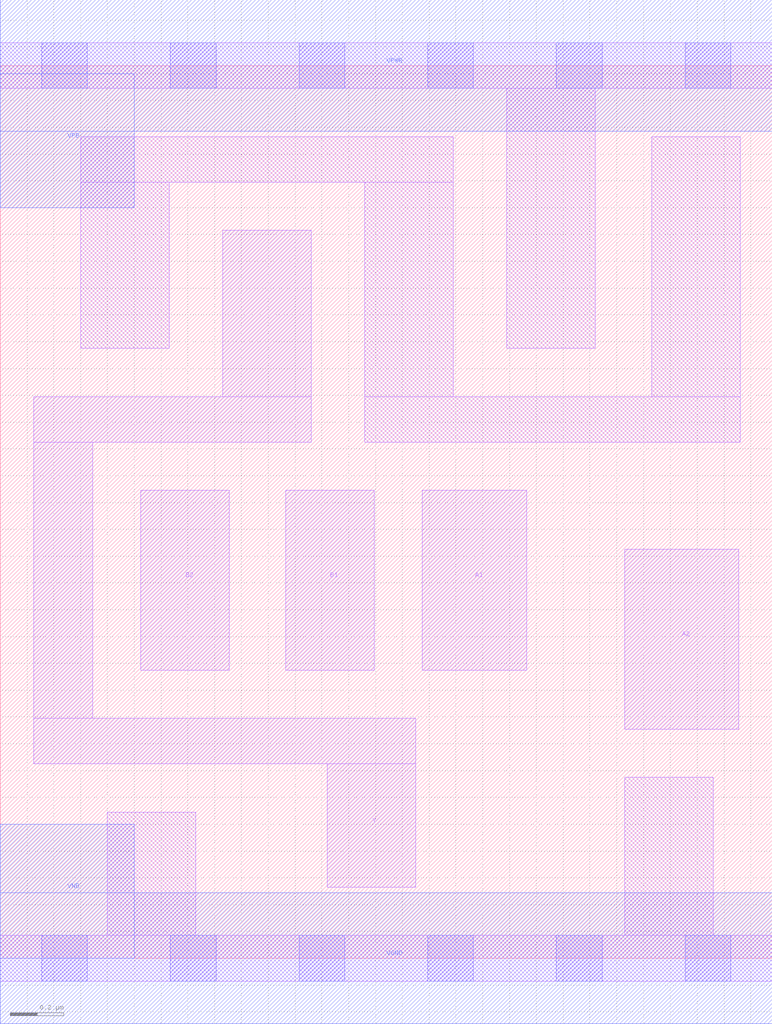
<source format=lef>
# Copyright 2020 The SkyWater PDK Authors
#
# Licensed under the Apache License, Version 2.0 (the "License");
# you may not use this file except in compliance with the License.
# You may obtain a copy of the License at
#
#     https://www.apache.org/licenses/LICENSE-2.0
#
# Unless required by applicable law or agreed to in writing, software
# distributed under the License is distributed on an "AS IS" BASIS,
# WITHOUT WARRANTIES OR CONDITIONS OF ANY KIND, either express or implied.
# See the License for the specific language governing permissions and
# limitations under the License.
#
# SPDX-License-Identifier: Apache-2.0

VERSION 5.5 ;
NAMESCASESENSITIVE ON ;
BUSBITCHARS "[]" ;
DIVIDERCHAR "/" ;
MACRO sky130_fd_sc_lp__a22oi_lp
  CLASS CORE ;
  SOURCE USER ;
  ORIGIN  0.000000  0.000000 ;
  SIZE  2.880000 BY  3.330000 ;
  SYMMETRY X Y R90 ;
  SITE unit ;
  PIN A1
    ANTENNAGATEAREA  0.313000 ;
    DIRECTION INPUT ;
    USE SIGNAL ;
    PORT
      LAYER li1 ;
        RECT 1.575000 1.075000 1.965000 1.745000 ;
    END
  END A1
  PIN A2
    ANTENNAGATEAREA  0.313000 ;
    DIRECTION INPUT ;
    USE SIGNAL ;
    PORT
      LAYER li1 ;
        RECT 2.330000 0.855000 2.755000 1.525000 ;
    END
  END A2
  PIN B1
    ANTENNAGATEAREA  0.313000 ;
    DIRECTION INPUT ;
    USE SIGNAL ;
    PORT
      LAYER li1 ;
        RECT 1.065000 1.075000 1.395000 1.745000 ;
    END
  END B1
  PIN B2
    ANTENNAGATEAREA  0.313000 ;
    DIRECTION INPUT ;
    USE SIGNAL ;
    PORT
      LAYER li1 ;
        RECT 0.525000 1.075000 0.855000 1.745000 ;
    END
  END B2
  PIN Y
    ANTENNADIFFAREA  0.443800 ;
    DIRECTION OUTPUT ;
    USE SIGNAL ;
    PORT
      LAYER li1 ;
        RECT 0.125000 0.725000 1.550000 0.895000 ;
        RECT 0.125000 0.895000 0.345000 1.925000 ;
        RECT 0.125000 1.925000 1.160000 2.095000 ;
        RECT 0.830000 2.095000 1.160000 2.715000 ;
        RECT 1.220000 0.265000 1.550000 0.725000 ;
    END
  END Y
  PIN VGND
    DIRECTION INOUT ;
    USE GROUND ;
    PORT
      LAYER met1 ;
        RECT 0.000000 -0.245000 2.880000 0.245000 ;
    END
  END VGND
  PIN VNB
    DIRECTION INOUT ;
    USE GROUND ;
    PORT
      LAYER met1 ;
        RECT 0.000000 0.000000 0.500000 0.500000 ;
    END
  END VNB
  PIN VPB
    DIRECTION INOUT ;
    USE POWER ;
    PORT
      LAYER met1 ;
        RECT 0.000000 2.800000 0.500000 3.300000 ;
    END
  END VPB
  PIN VPWR
    DIRECTION INOUT ;
    USE POWER ;
    PORT
      LAYER met1 ;
        RECT 0.000000 3.085000 2.880000 3.575000 ;
    END
  END VPWR
  OBS
    LAYER li1 ;
      RECT 0.000000 -0.085000 2.880000 0.085000 ;
      RECT 0.000000  3.245000 2.880000 3.415000 ;
      RECT 0.300000  2.275000 0.630000 2.895000 ;
      RECT 0.300000  2.895000 1.690000 3.065000 ;
      RECT 0.400000  0.085000 0.730000 0.545000 ;
      RECT 1.360000  1.925000 2.760000 2.095000 ;
      RECT 1.360000  2.095000 1.690000 2.895000 ;
      RECT 1.890000  2.275000 2.220000 3.245000 ;
      RECT 2.330000  0.085000 2.660000 0.675000 ;
      RECT 2.430000  2.095000 2.760000 3.065000 ;
    LAYER mcon ;
      RECT 0.155000 -0.085000 0.325000 0.085000 ;
      RECT 0.155000  3.245000 0.325000 3.415000 ;
      RECT 0.635000 -0.085000 0.805000 0.085000 ;
      RECT 0.635000  3.245000 0.805000 3.415000 ;
      RECT 1.115000 -0.085000 1.285000 0.085000 ;
      RECT 1.115000  3.245000 1.285000 3.415000 ;
      RECT 1.595000 -0.085000 1.765000 0.085000 ;
      RECT 1.595000  3.245000 1.765000 3.415000 ;
      RECT 2.075000 -0.085000 2.245000 0.085000 ;
      RECT 2.075000  3.245000 2.245000 3.415000 ;
      RECT 2.555000 -0.085000 2.725000 0.085000 ;
      RECT 2.555000  3.245000 2.725000 3.415000 ;
  END
END sky130_fd_sc_lp__a22oi_lp
END LIBRARY

</source>
